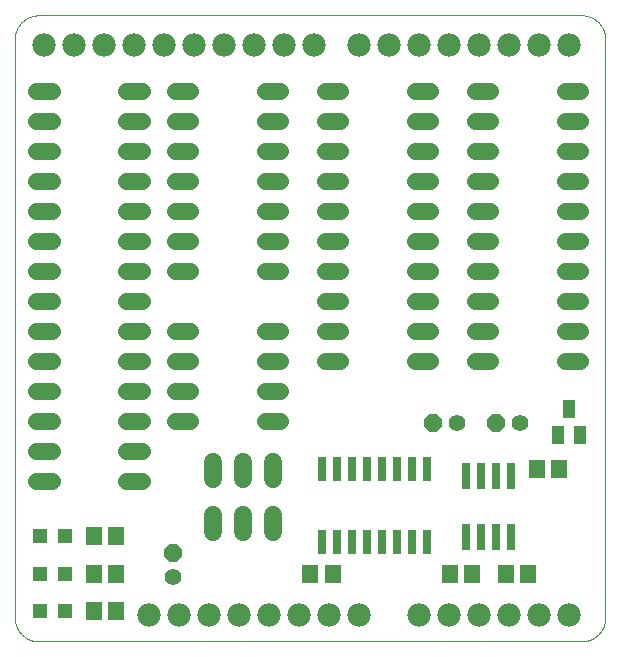
<source format=gts>
G75*
%MOIN*%
%OFA0B0*%
%FSLAX25Y25*%
%IPPOS*%
%LPD*%
%AMOC8*
5,1,8,0,0,1.08239X$1,22.5*
%
%ADD10C,0.00004*%
%ADD11C,0.05600*%
%ADD12C,0.07800*%
%ADD13R,0.02762X0.09061*%
%ADD14C,0.06000*%
%ADD15R,0.05518X0.06306*%
%ADD16R,0.04337X0.05912*%
%ADD17OC8,0.06028*%
%ADD18C,0.05600*%
%ADD19R,0.03000X0.08400*%
%ADD20R,0.05124X0.05124*%
D10*
X0092644Y0010874D02*
X0092644Y0203787D01*
X0092646Y0203977D01*
X0092653Y0204167D01*
X0092665Y0204357D01*
X0092681Y0204547D01*
X0092701Y0204736D01*
X0092727Y0204925D01*
X0092756Y0205113D01*
X0092791Y0205300D01*
X0092830Y0205486D01*
X0092873Y0205671D01*
X0092921Y0205856D01*
X0092973Y0206039D01*
X0093029Y0206220D01*
X0093090Y0206400D01*
X0093156Y0206579D01*
X0093225Y0206756D01*
X0093299Y0206932D01*
X0093377Y0207105D01*
X0093460Y0207277D01*
X0093546Y0207446D01*
X0093636Y0207614D01*
X0093731Y0207779D01*
X0093829Y0207942D01*
X0093932Y0208102D01*
X0094038Y0208260D01*
X0094148Y0208415D01*
X0094261Y0208568D01*
X0094379Y0208718D01*
X0094500Y0208864D01*
X0094624Y0209008D01*
X0094752Y0209149D01*
X0094883Y0209287D01*
X0095018Y0209422D01*
X0095156Y0209553D01*
X0095297Y0209681D01*
X0095441Y0209805D01*
X0095587Y0209926D01*
X0095737Y0210044D01*
X0095890Y0210157D01*
X0096045Y0210267D01*
X0096203Y0210373D01*
X0096363Y0210476D01*
X0096526Y0210574D01*
X0096691Y0210669D01*
X0096859Y0210759D01*
X0097028Y0210845D01*
X0097200Y0210928D01*
X0097373Y0211006D01*
X0097549Y0211080D01*
X0097726Y0211149D01*
X0097905Y0211215D01*
X0098085Y0211276D01*
X0098266Y0211332D01*
X0098449Y0211384D01*
X0098634Y0211432D01*
X0098819Y0211475D01*
X0099005Y0211514D01*
X0099192Y0211549D01*
X0099380Y0211578D01*
X0099569Y0211604D01*
X0099758Y0211624D01*
X0099948Y0211640D01*
X0100138Y0211652D01*
X0100328Y0211659D01*
X0100518Y0211661D01*
X0281620Y0211661D01*
X0281810Y0211659D01*
X0282000Y0211652D01*
X0282190Y0211640D01*
X0282380Y0211624D01*
X0282569Y0211604D01*
X0282758Y0211578D01*
X0282946Y0211549D01*
X0283133Y0211514D01*
X0283319Y0211475D01*
X0283504Y0211432D01*
X0283689Y0211384D01*
X0283872Y0211332D01*
X0284053Y0211276D01*
X0284233Y0211215D01*
X0284412Y0211149D01*
X0284589Y0211080D01*
X0284765Y0211006D01*
X0284938Y0210928D01*
X0285110Y0210845D01*
X0285279Y0210759D01*
X0285447Y0210669D01*
X0285612Y0210574D01*
X0285775Y0210476D01*
X0285935Y0210373D01*
X0286093Y0210267D01*
X0286248Y0210157D01*
X0286401Y0210044D01*
X0286551Y0209926D01*
X0286697Y0209805D01*
X0286841Y0209681D01*
X0286982Y0209553D01*
X0287120Y0209422D01*
X0287255Y0209287D01*
X0287386Y0209149D01*
X0287514Y0209008D01*
X0287638Y0208864D01*
X0287759Y0208718D01*
X0287877Y0208568D01*
X0287990Y0208415D01*
X0288100Y0208260D01*
X0288206Y0208102D01*
X0288309Y0207942D01*
X0288407Y0207779D01*
X0288502Y0207614D01*
X0288592Y0207446D01*
X0288678Y0207277D01*
X0288761Y0207105D01*
X0288839Y0206932D01*
X0288913Y0206756D01*
X0288982Y0206579D01*
X0289048Y0206400D01*
X0289109Y0206220D01*
X0289165Y0206039D01*
X0289217Y0205856D01*
X0289265Y0205671D01*
X0289308Y0205486D01*
X0289347Y0205300D01*
X0289382Y0205113D01*
X0289411Y0204925D01*
X0289437Y0204736D01*
X0289457Y0204547D01*
X0289473Y0204357D01*
X0289485Y0204167D01*
X0289492Y0203977D01*
X0289494Y0203787D01*
X0289494Y0010874D01*
X0289492Y0010684D01*
X0289485Y0010494D01*
X0289473Y0010304D01*
X0289457Y0010114D01*
X0289437Y0009925D01*
X0289411Y0009736D01*
X0289382Y0009548D01*
X0289347Y0009361D01*
X0289308Y0009175D01*
X0289265Y0008990D01*
X0289217Y0008805D01*
X0289165Y0008622D01*
X0289109Y0008441D01*
X0289048Y0008261D01*
X0288982Y0008082D01*
X0288913Y0007905D01*
X0288839Y0007729D01*
X0288761Y0007556D01*
X0288678Y0007384D01*
X0288592Y0007215D01*
X0288502Y0007047D01*
X0288407Y0006882D01*
X0288309Y0006719D01*
X0288206Y0006559D01*
X0288100Y0006401D01*
X0287990Y0006246D01*
X0287877Y0006093D01*
X0287759Y0005943D01*
X0287638Y0005797D01*
X0287514Y0005653D01*
X0287386Y0005512D01*
X0287255Y0005374D01*
X0287120Y0005239D01*
X0286982Y0005108D01*
X0286841Y0004980D01*
X0286697Y0004856D01*
X0286551Y0004735D01*
X0286401Y0004617D01*
X0286248Y0004504D01*
X0286093Y0004394D01*
X0285935Y0004288D01*
X0285775Y0004185D01*
X0285612Y0004087D01*
X0285447Y0003992D01*
X0285279Y0003902D01*
X0285110Y0003816D01*
X0284938Y0003733D01*
X0284765Y0003655D01*
X0284589Y0003581D01*
X0284412Y0003512D01*
X0284233Y0003446D01*
X0284053Y0003385D01*
X0283872Y0003329D01*
X0283689Y0003277D01*
X0283504Y0003229D01*
X0283319Y0003186D01*
X0283133Y0003147D01*
X0282946Y0003112D01*
X0282758Y0003083D01*
X0282569Y0003057D01*
X0282380Y0003037D01*
X0282190Y0003021D01*
X0282000Y0003009D01*
X0281810Y0003002D01*
X0281620Y0003000D01*
X0100518Y0003000D01*
X0100328Y0003002D01*
X0100138Y0003009D01*
X0099948Y0003021D01*
X0099758Y0003037D01*
X0099569Y0003057D01*
X0099380Y0003083D01*
X0099192Y0003112D01*
X0099005Y0003147D01*
X0098819Y0003186D01*
X0098634Y0003229D01*
X0098449Y0003277D01*
X0098266Y0003329D01*
X0098085Y0003385D01*
X0097905Y0003446D01*
X0097726Y0003512D01*
X0097549Y0003581D01*
X0097373Y0003655D01*
X0097200Y0003733D01*
X0097028Y0003816D01*
X0096859Y0003902D01*
X0096691Y0003992D01*
X0096526Y0004087D01*
X0096363Y0004185D01*
X0096203Y0004288D01*
X0096045Y0004394D01*
X0095890Y0004504D01*
X0095737Y0004617D01*
X0095587Y0004735D01*
X0095441Y0004856D01*
X0095297Y0004980D01*
X0095156Y0005108D01*
X0095018Y0005239D01*
X0094883Y0005374D01*
X0094752Y0005512D01*
X0094624Y0005653D01*
X0094500Y0005797D01*
X0094379Y0005943D01*
X0094261Y0006093D01*
X0094148Y0006246D01*
X0094038Y0006401D01*
X0093932Y0006559D01*
X0093829Y0006719D01*
X0093731Y0006882D01*
X0093636Y0007047D01*
X0093546Y0007215D01*
X0093460Y0007384D01*
X0093377Y0007556D01*
X0093299Y0007729D01*
X0093225Y0007905D01*
X0093156Y0008082D01*
X0093090Y0008261D01*
X0093029Y0008441D01*
X0092973Y0008622D01*
X0092921Y0008805D01*
X0092873Y0008990D01*
X0092830Y0009175D01*
X0092791Y0009361D01*
X0092756Y0009548D01*
X0092727Y0009736D01*
X0092701Y0009925D01*
X0092681Y0010114D01*
X0092665Y0010304D01*
X0092653Y0010494D01*
X0092646Y0010684D01*
X0092644Y0010874D01*
D11*
X0099729Y0056515D02*
X0104929Y0056515D01*
X0104929Y0066515D02*
X0099729Y0066515D01*
X0099729Y0076515D02*
X0104929Y0076515D01*
X0104929Y0086515D02*
X0099729Y0086515D01*
X0099729Y0096515D02*
X0104929Y0096515D01*
X0104929Y0106515D02*
X0099729Y0106515D01*
X0099729Y0116515D02*
X0104929Y0116515D01*
X0104929Y0126515D02*
X0099729Y0126515D01*
X0099729Y0136515D02*
X0104929Y0136515D01*
X0104929Y0146515D02*
X0099729Y0146515D01*
X0099729Y0156515D02*
X0104929Y0156515D01*
X0104929Y0166515D02*
X0099729Y0166515D01*
X0099729Y0176515D02*
X0104929Y0176515D01*
X0104929Y0186515D02*
X0099729Y0186515D01*
X0129729Y0186515D02*
X0134929Y0186515D01*
X0145989Y0186500D02*
X0151189Y0186500D01*
X0151189Y0176500D02*
X0145989Y0176500D01*
X0134929Y0176515D02*
X0129729Y0176515D01*
X0129729Y0166515D02*
X0134929Y0166515D01*
X0134929Y0156515D02*
X0129729Y0156515D01*
X0129729Y0146515D02*
X0134929Y0146515D01*
X0145989Y0146500D02*
X0151189Y0146500D01*
X0151189Y0136500D02*
X0145989Y0136500D01*
X0145989Y0126500D02*
X0151189Y0126500D01*
X0134929Y0126515D02*
X0129729Y0126515D01*
X0129729Y0136515D02*
X0134929Y0136515D01*
X0134929Y0116515D02*
X0129729Y0116515D01*
X0129729Y0106515D02*
X0134929Y0106515D01*
X0145989Y0106500D02*
X0151189Y0106500D01*
X0151189Y0096500D02*
X0145989Y0096500D01*
X0134929Y0096515D02*
X0129729Y0096515D01*
X0129729Y0086515D02*
X0134929Y0086515D01*
X0134929Y0076515D02*
X0129729Y0076515D01*
X0129729Y0066515D02*
X0134929Y0066515D01*
X0134929Y0056515D02*
X0129729Y0056515D01*
X0145989Y0076500D02*
X0151189Y0076500D01*
X0151189Y0086500D02*
X0145989Y0086500D01*
X0175989Y0086500D02*
X0181189Y0086500D01*
X0181189Y0076500D02*
X0175989Y0076500D01*
X0175989Y0096500D02*
X0181189Y0096500D01*
X0181189Y0106500D02*
X0175989Y0106500D01*
X0195989Y0106500D02*
X0201189Y0106500D01*
X0201189Y0116500D02*
X0195989Y0116500D01*
X0195989Y0126500D02*
X0201189Y0126500D01*
X0201189Y0136500D02*
X0195989Y0136500D01*
X0195989Y0146500D02*
X0201189Y0146500D01*
X0201189Y0156500D02*
X0195989Y0156500D01*
X0195989Y0166500D02*
X0201189Y0166500D01*
X0201189Y0176500D02*
X0195989Y0176500D01*
X0195989Y0186500D02*
X0201189Y0186500D01*
X0181189Y0186500D02*
X0175989Y0186500D01*
X0175989Y0176500D02*
X0181189Y0176500D01*
X0181189Y0166500D02*
X0175989Y0166500D01*
X0175989Y0156500D02*
X0181189Y0156500D01*
X0181189Y0146500D02*
X0175989Y0146500D01*
X0175989Y0136500D02*
X0181189Y0136500D01*
X0181189Y0126500D02*
X0175989Y0126500D01*
X0195989Y0096500D02*
X0201189Y0096500D01*
X0225989Y0096500D02*
X0231189Y0096500D01*
X0231189Y0106500D02*
X0225989Y0106500D01*
X0225989Y0116500D02*
X0231189Y0116500D01*
X0231189Y0126500D02*
X0225989Y0126500D01*
X0225989Y0136500D02*
X0231189Y0136500D01*
X0231189Y0146500D02*
X0225989Y0146500D01*
X0225989Y0156500D02*
X0231189Y0156500D01*
X0231189Y0166500D02*
X0225989Y0166500D01*
X0225989Y0176500D02*
X0231189Y0176500D01*
X0231189Y0186500D02*
X0225989Y0186500D01*
X0245989Y0186500D02*
X0251189Y0186500D01*
X0251189Y0176500D02*
X0245989Y0176500D01*
X0245989Y0166500D02*
X0251189Y0166500D01*
X0251189Y0156500D02*
X0245989Y0156500D01*
X0245989Y0146500D02*
X0251189Y0146500D01*
X0251189Y0136500D02*
X0245989Y0136500D01*
X0245989Y0126500D02*
X0251189Y0126500D01*
X0251189Y0116500D02*
X0245989Y0116500D01*
X0245989Y0106500D02*
X0251189Y0106500D01*
X0251189Y0096500D02*
X0245989Y0096500D01*
X0275989Y0096500D02*
X0281189Y0096500D01*
X0281189Y0106500D02*
X0275989Y0106500D01*
X0275989Y0116500D02*
X0281189Y0116500D01*
X0281189Y0126500D02*
X0275989Y0126500D01*
X0275989Y0136500D02*
X0281189Y0136500D01*
X0281189Y0146500D02*
X0275989Y0146500D01*
X0275989Y0156500D02*
X0281189Y0156500D01*
X0281189Y0166500D02*
X0275989Y0166500D01*
X0275989Y0176500D02*
X0281189Y0176500D01*
X0281189Y0186500D02*
X0275989Y0186500D01*
X0151189Y0166500D02*
X0145989Y0166500D01*
X0145989Y0156500D02*
X0151189Y0156500D01*
D12*
X0152524Y0201785D03*
X0162524Y0201785D03*
X0172524Y0201785D03*
X0182524Y0201785D03*
X0192524Y0201785D03*
X0207524Y0201785D03*
X0217524Y0201785D03*
X0227524Y0201785D03*
X0237524Y0201785D03*
X0247524Y0201785D03*
X0257524Y0201785D03*
X0267524Y0201785D03*
X0277524Y0201785D03*
X0142524Y0201785D03*
X0132524Y0201785D03*
X0122524Y0201785D03*
X0112524Y0201785D03*
X0102524Y0201785D03*
X0137524Y0011785D03*
X0147524Y0011785D03*
X0157524Y0011785D03*
X0167524Y0011785D03*
X0177524Y0011785D03*
X0187524Y0011785D03*
X0197524Y0011785D03*
X0207524Y0011785D03*
X0227524Y0011785D03*
X0237524Y0011785D03*
X0247524Y0011785D03*
X0257524Y0011785D03*
X0267524Y0011785D03*
X0277524Y0011785D03*
D13*
X0257959Y0037764D03*
X0252959Y0037764D03*
X0247959Y0037764D03*
X0242959Y0037764D03*
X0242959Y0058236D03*
X0247959Y0058236D03*
X0252959Y0058236D03*
X0257959Y0058236D03*
D14*
X0178644Y0057015D02*
X0178644Y0062615D01*
X0168644Y0062615D02*
X0168644Y0057015D01*
X0158644Y0057015D02*
X0158644Y0062615D01*
X0158644Y0045115D02*
X0158644Y0039515D01*
X0168644Y0039515D02*
X0168644Y0045115D01*
X0178644Y0045115D02*
X0178644Y0039515D01*
D15*
X0191089Y0025500D03*
X0198569Y0025500D03*
X0237719Y0025500D03*
X0245199Y0025500D03*
X0256219Y0025500D03*
X0263699Y0025500D03*
X0266719Y0060500D03*
X0274199Y0060500D03*
X0126384Y0038000D03*
X0118904Y0038000D03*
X0118904Y0025500D03*
X0126384Y0025500D03*
X0126384Y0013000D03*
X0118904Y0013000D03*
D16*
X0273589Y0071669D03*
X0281069Y0071669D03*
X0277329Y0080331D03*
D17*
X0253144Y0075815D03*
X0232144Y0075815D03*
X0145459Y0032500D03*
D18*
X0145459Y0024500D03*
X0240144Y0075815D03*
X0261144Y0075815D03*
D19*
X0230144Y0060415D03*
X0225144Y0060415D03*
X0220144Y0060415D03*
X0215144Y0060415D03*
X0210144Y0060415D03*
X0205144Y0060415D03*
X0200144Y0060415D03*
X0195144Y0060415D03*
X0195144Y0036215D03*
X0200144Y0036215D03*
X0205144Y0036215D03*
X0210144Y0036215D03*
X0215144Y0036215D03*
X0220144Y0036215D03*
X0225144Y0036215D03*
X0230144Y0036215D03*
D20*
X0109278Y0038000D03*
X0101010Y0038000D03*
X0101010Y0025500D03*
X0109278Y0025500D03*
X0109278Y0013000D03*
X0101010Y0013000D03*
M02*

</source>
